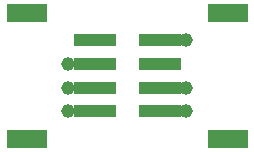
<source format=gbr>
G04 EAGLE Gerber RS-274X export*
G75*
%MOMM*%
%FSLAX34Y34*%
%LPD*%
%INSoldermask Top*%
%IPPOS*%
%AMOC8*
5,1,8,0,0,1.08239X$1,22.5*%
G01*
%ADD10R,3.601600X1.101600*%
%ADD11R,3.501600X1.601600*%
%ADD12C,1.151600*%


D10*
X27500Y10000D03*
X27500Y30000D03*
X27500Y-10000D03*
X27500Y-30000D03*
D11*
X85000Y53500D03*
X85000Y-53500D03*
D10*
X-27500Y-10000D03*
X-27500Y-30000D03*
X-27500Y10000D03*
X-27500Y30000D03*
D11*
X-85000Y-53500D03*
X-85000Y53500D03*
D12*
X-50000Y10000D03*
X50000Y30000D03*
X50000Y-10000D03*
X50000Y-30000D03*
X-50000Y-10000D03*
X-50000Y-30000D03*
M02*

</source>
